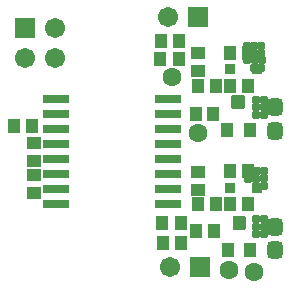
<source format=gts>
G04 Layer_Color=8388736*
%FSLAX25Y25*%
%MOIN*%
G70*
G01*
G75*
%ADD13R,0.03268X0.03268*%
%ADD40R,0.04343X0.04540*%
%ADD41R,0.04343X0.04540*%
%ADD42R,0.04147X0.04800*%
%ADD43R,0.04800X0.04147*%
%ADD44R,0.04461X0.04658*%
%ADD45R,0.08800X0.03000*%
%ADD46C,0.06312*%
G04:AMPARAMS|DCode=47|XSize=53mil|YSize=58mil|CornerRadius=15.25mil|HoleSize=0mil|Usage=FLASHONLY|Rotation=0.000|XOffset=0mil|YOffset=0mil|HoleType=Round|Shape=RoundedRectangle|*
%AMROUNDEDRECTD47*
21,1,0.05300,0.02750,0,0,0.0*
21,1,0.02250,0.05800,0,0,0.0*
1,1,0.03050,0.01125,-0.01375*
1,1,0.03050,-0.01125,-0.01375*
1,1,0.03050,-0.01125,0.01375*
1,1,0.03050,0.01125,0.01375*
%
%ADD47ROUNDEDRECTD47*%
%ADD48C,0.06706*%
%ADD49R,0.06706X0.06706*%
%ADD50R,0.06706X0.06706*%
%ADD51C,0.03500*%
%ADD52C,0.03100*%
D13*
X86083Y77165D02*
D03*
X77165D02*
D03*
X86024Y37598D02*
D03*
X77106D02*
D03*
D40*
X76378Y16740D02*
D03*
X80118Y25992D02*
D03*
X76181Y56898D02*
D03*
X79921Y66150D02*
D03*
D41*
X83858Y16740D02*
D03*
X83662Y56898D02*
D03*
D42*
X83071Y32087D02*
D03*
X77165D02*
D03*
X83071Y71653D02*
D03*
X77165D02*
D03*
Y82677D02*
D03*
X83071D02*
D03*
X71653Y62205D02*
D03*
X65748D02*
D03*
X72441Y71653D02*
D03*
X66535D02*
D03*
X77165Y43110D02*
D03*
X83071D02*
D03*
X71850Y23228D02*
D03*
X65945D02*
D03*
X72441Y32087D02*
D03*
X66535D02*
D03*
D43*
X66535Y76575D02*
D03*
Y82480D02*
D03*
X66535Y37008D02*
D03*
Y42913D02*
D03*
X11811Y41732D02*
D03*
Y35827D02*
D03*
Y46654D02*
D03*
Y52559D02*
D03*
D44*
X5039Y58071D02*
D03*
X11102D02*
D03*
X60118Y86614D02*
D03*
X54055D02*
D03*
X60039Y80512D02*
D03*
X53976D02*
D03*
X60905Y19291D02*
D03*
X54843D02*
D03*
X60709Y25984D02*
D03*
X54646D02*
D03*
D45*
X18996Y62205D02*
D03*
Y57205D02*
D03*
Y52205D02*
D03*
Y47205D02*
D03*
Y42205D02*
D03*
Y37205D02*
D03*
Y32205D02*
D03*
X56496Y62205D02*
D03*
X18996Y67205D02*
D03*
X56496Y37205D02*
D03*
Y42205D02*
D03*
Y47205D02*
D03*
Y52205D02*
D03*
Y57205D02*
D03*
Y32205D02*
D03*
Y67205D02*
D03*
D46*
X85039Y9646D02*
D03*
X66339Y55709D02*
D03*
X57677Y74410D02*
D03*
X76772Y10039D02*
D03*
D47*
X92126Y56496D02*
D03*
Y64370D02*
D03*
X92126Y16732D02*
D03*
Y24606D02*
D03*
D48*
X18898Y80709D02*
D03*
X8898D02*
D03*
X18898Y90709D02*
D03*
X56339Y94685D02*
D03*
X57284Y11220D02*
D03*
D49*
X8898Y90709D02*
D03*
D50*
X66339Y94685D02*
D03*
X67283Y11220D02*
D03*
D51*
X11811Y52559D02*
D03*
Y35827D02*
D03*
X5118Y58071D02*
D03*
D52*
X53740Y67205D02*
D03*
X59449D02*
D03*
X56496Y67165D02*
D03*
X53740Y57205D02*
D03*
X59449D02*
D03*
X56496Y57165D02*
D03*
X53740Y42205D02*
D03*
X59449D02*
D03*
X56496Y42165D02*
D03*
X53740Y32205D02*
D03*
X59449D02*
D03*
X56496Y32165D02*
D03*
X80709Y67126D02*
D03*
X78740D02*
D03*
Y65157D02*
D03*
X80709D02*
D03*
X79331Y25016D02*
D03*
X81299D02*
D03*
Y26984D02*
D03*
X79331D02*
D03*
X87598Y82480D02*
D03*
X82874D02*
D03*
X87598Y77559D02*
D03*
X85236D02*
D03*
Y82480D02*
D03*
X87598Y84842D02*
D03*
X82874D02*
D03*
X85827Y40551D02*
D03*
X86024Y43307D02*
D03*
X83268Y40551D02*
D03*
X88583Y40748D02*
D03*
Y38189D02*
D03*
Y43307D02*
D03*
X83071D02*
D03*
X86024Y37992D02*
D03*
X87795Y80118D02*
D03*
X82874D02*
D03*
X85433D02*
D03*
X85236Y84842D02*
D03*
X18996Y67205D02*
D03*
Y62205D02*
D03*
X88386Y61811D02*
D03*
X85827D02*
D03*
Y66929D02*
D03*
X88386D02*
D03*
X85827Y64370D02*
D03*
X88386D02*
D03*
X88386Y22047D02*
D03*
X85827D02*
D03*
Y27165D02*
D03*
X88386D02*
D03*
X85827Y24606D02*
D03*
X88386D02*
D03*
X66535Y82480D02*
D03*
Y42913D02*
D03*
X11220Y58071D02*
D03*
X21850Y57284D02*
D03*
X19094D02*
D03*
X16142D02*
D03*
X21850Y52165D02*
D03*
X19094D02*
D03*
X16142D02*
D03*
X21850Y32283D02*
D03*
X19094D02*
D03*
X16142D02*
D03*
X54055Y86614D02*
D03*
X53976Y80512D02*
D03*
X60118Y86614D02*
D03*
X60039Y80512D02*
D03*
X54646Y25984D02*
D03*
X54843Y19291D02*
D03*
X60709Y25984D02*
D03*
X60905Y19291D02*
D03*
M02*

</source>
